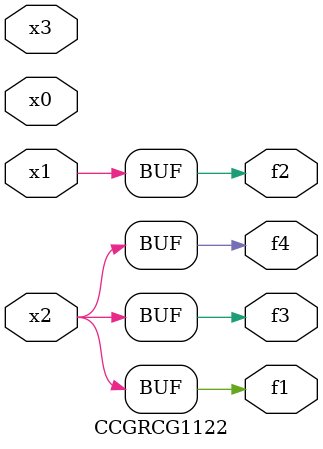
<source format=v>
module CCGRCG1122(
	input x0, x1, x2, x3,
	output f1, f2, f3, f4
);
	assign f1 = x2;
	assign f2 = x1;
	assign f3 = x2;
	assign f4 = x2;
endmodule

</source>
